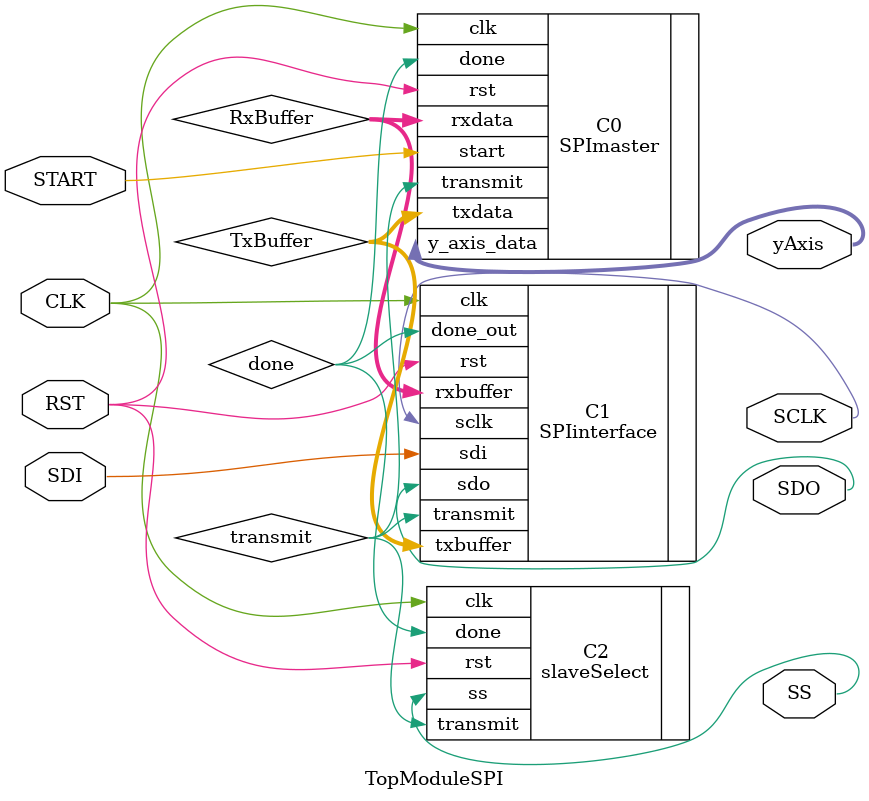
<source format=v>

module TopModuleSPI(
   input        CLK,
   input        RST,
   input        START,
   input        SDI,
   output       SDO,
   output       SCLK,
   output       SS,
   output [7:0] yAxis
);


   wire [15:0]  TxBuffer;
   wire [7:0]   RxBuffer;
   wire         doneConfigure;
   wire         done;
   wire         transmit;
   
		//SPI Arayüzünü Kontrol Eder, Alýnan Verileri Depolar ve Gönderilecek Verileri Kontrol eder
		SPImaster C0(.rst(RST), .start(START), .clk(CLK), .transmit(transmit), .txdata(TxBuffer), .rxdata(RxBuffer), .done(done), .y_axis_data(yAxis));
		
		//Zaman Sinyalleri üretir, ACL Verilerini Okur ve Verileri ACL'ye Yazar
		SPIinterface C1(.sdi(SDI), .sdo(SDO), .rst(RST), .clk(CLK), .sclk(SCLK), .txbuffer(TxBuffer), .rxbuffer(RxBuffer), .done_out(done), .transmit(transmit));
		
		slaveSelect C2(.clk(CLK), .ss(SS), .done(done), .transmit(transmit), .rst(RST));
   
endmodule

</source>
